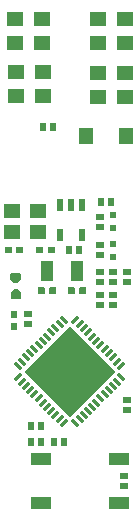
<source format=gtp>
G04 Layer: TopPasteMaskLayer*
G04 EasyEDA v6.5.22, 2022-11-29 03:43:51*
G04 8ec36cdae1d24b8a87879ab1f9b651ff,67344a67363949849f01d11c0c7cf016,10*
G04 Gerber Generator version 0.2*
G04 Scale: 100 percent, Rotated: No, Reflected: No *
G04 Dimensions in inches *
G04 leading zeros omitted , absolute positions ,3 integer and 6 decimal *
%FSLAX36Y36*%
%MOIN*%

%AMMACRO1*1,1,$1,$2,$3*1,1,$1,$4,$5*20,1,$1,$2,$3,$4,$5,0*%
%AMMACRO2*21,1,$1,$2,0,0,$3*%
%ADD10R,0.0571X0.0457*%
%ADD11R,0.0256X0.0236*%
%ADD12R,0.0236X0.0256*%
%ADD13R,0.0236X0.0394*%
%ADD14R,0.0197X0.0236*%
%ADD15R,0.0669X0.0394*%
%ADD16MACRO1,0.011X-0.0086X0.0086X0.0086X-0.0086*%
%ADD17MACRO1,0.011X-0.0086X-0.0086X0.0086X0.0086*%
%ADD18MACRO2,0.2165X0.2165X-135.0000*%
%ADD19R,0.0551X0.0472*%
%ADD20R,0.0394X0.0709*%
%ADD21R,0.0472X0.0551*%

%LPD*%
G36*
X484840Y-999180D02*
G01*
X482080Y-1001140D01*
X482080Y-1018860D01*
X484840Y-1020819D01*
X503740Y-1020819D01*
X505700Y-1018860D01*
X505700Y-1001140D01*
X503740Y-999180D01*
G37*
G36*
X446260Y-999180D02*
G01*
X444300Y-1001140D01*
X444300Y-1018860D01*
X446260Y-1020819D01*
X465160Y-1020819D01*
X467920Y-1018860D01*
X467920Y-1001140D01*
X465160Y-999180D01*
G37*
G36*
X346260Y-999180D02*
G01*
X344300Y-1001140D01*
X344300Y-1018860D01*
X346260Y-1020819D01*
X365160Y-1020819D01*
X367920Y-1018860D01*
X367920Y-1001140D01*
X365160Y-999180D01*
G37*
G36*
X384840Y-999180D02*
G01*
X382080Y-1001140D01*
X382080Y-1018860D01*
X384840Y-1020819D01*
X403740Y-1020819D01*
X405700Y-1018860D01*
X405700Y-1001140D01*
X403740Y-999180D01*
G37*
G36*
X379840Y-864180D02*
G01*
X377080Y-866140D01*
X377080Y-883860D01*
X379840Y-885819D01*
X398740Y-885819D01*
X400700Y-883860D01*
X400700Y-866140D01*
X398740Y-864180D01*
G37*
G36*
X341260Y-864180D02*
G01*
X339300Y-866140D01*
X339300Y-883860D01*
X341260Y-885819D01*
X360160Y-885819D01*
X362920Y-883860D01*
X362920Y-866140D01*
X360160Y-864180D01*
G37*
G36*
X236260Y-864180D02*
G01*
X234300Y-866140D01*
X234300Y-883860D01*
X236260Y-885819D01*
X255159Y-885819D01*
X257920Y-883860D01*
X257920Y-866140D01*
X255159Y-864180D01*
G37*
G36*
X274840Y-864180D02*
G01*
X272080Y-866140D01*
X272080Y-883860D01*
X274840Y-885819D01*
X293740Y-885819D01*
X295700Y-883860D01*
X295700Y-866140D01*
X293740Y-864180D01*
G37*
G36*
X256140Y-1079300D02*
G01*
X254180Y-1081260D01*
X254180Y-1100160D01*
X256140Y-1102920D01*
X273860Y-1102920D01*
X275820Y-1100160D01*
X275820Y-1081260D01*
X273860Y-1079300D01*
G37*
G36*
X256140Y-1117080D02*
G01*
X254180Y-1119840D01*
X254180Y-1138740D01*
X256140Y-1140700D01*
X273860Y-1140700D01*
X275820Y-1138740D01*
X275820Y-1119840D01*
X273860Y-1117080D01*
G37*
G36*
X255700Y-951960D02*
G01*
X253180Y-954479D01*
X253180Y-974300D01*
X264740Y-985100D01*
X275620Y-985100D01*
X287200Y-974300D01*
X287200Y-954479D01*
X284680Y-951960D01*
G37*
G36*
X265180Y-1005400D02*
G01*
X253619Y-1016200D01*
X253619Y-1036000D01*
X256140Y-1038520D01*
X285120Y-1038520D01*
X287640Y-1036000D01*
X287640Y-1016200D01*
X276080Y-1005400D01*
G37*
D10*
G01*
X268989Y-183989D03*
G01*
X268989Y-103989D03*
G01*
X270000Y-360000D03*
G01*
X270000Y-280000D03*
G01*
X635000Y-185000D03*
G01*
X635000Y-105000D03*
G01*
X635000Y-365000D03*
G01*
X635000Y-285000D03*
D11*
G01*
X630000Y-1628299D03*
G01*
X630000Y-1661700D03*
D12*
G01*
X353699Y-1514000D03*
G01*
X320300Y-1514000D03*
G01*
X431700Y-1515000D03*
G01*
X398299Y-1515000D03*
D11*
G01*
X550000Y-1056700D03*
G01*
X550000Y-1023299D03*
G01*
X640000Y-1373299D03*
G01*
X640000Y-1406700D03*
G01*
X595000Y-981700D03*
G01*
X595000Y-948299D03*
G01*
X595000Y-1056700D03*
G01*
X595000Y-1023299D03*
G01*
X640000Y-981700D03*
G01*
X640000Y-948299D03*
D12*
G01*
X481700Y-875000D03*
G01*
X448299Y-875000D03*
D11*
G01*
X310000Y-1088299D03*
G01*
X310000Y-1121700D03*
D12*
G01*
X589699Y-713000D03*
G01*
X556300Y-713000D03*
D13*
G01*
X492399Y-826190D03*
G01*
X417600Y-826190D03*
G01*
X417600Y-723820D03*
G01*
X455000Y-723820D03*
G01*
X492399Y-723820D03*
D14*
G01*
X595000Y-853350D03*
G01*
X595000Y-896649D03*
G01*
X595000Y-759409D03*
G01*
X595000Y-802719D03*
D15*
G01*
X355079Y-1571159D03*
G01*
X614920Y-1571159D03*
G01*
X355079Y-1716840D03*
G01*
X614920Y-1716840D03*
D11*
G01*
X550000Y-981700D03*
G01*
X550000Y-948299D03*
D12*
G01*
X320300Y-1460000D03*
G01*
X353699Y-1460000D03*
D11*
G01*
X550000Y-891700D03*
G01*
X550000Y-858299D03*
G01*
X550000Y-763299D03*
G01*
X550000Y-796700D03*
D16*
G01*
X430550Y-1107400D03*
G01*
X416620Y-1121330D03*
G01*
X402690Y-1135260D03*
G01*
X388759Y-1149190D03*
G01*
X374829Y-1163120D03*
G01*
X360899Y-1177050D03*
G01*
X347039Y-1190910D03*
G01*
X333109Y-1204840D03*
G01*
X319179Y-1218769D03*
G01*
X305249Y-1232699D03*
G01*
X291319Y-1246630D03*
G01*
X277390Y-1260560D03*
D17*
G01*
X277390Y-1299449D03*
G01*
X291319Y-1313379D03*
G01*
X305249Y-1327310D03*
G01*
X319179Y-1341240D03*
G01*
X333109Y-1355170D03*
G01*
X347039Y-1369100D03*
G01*
X360899Y-1382960D03*
G01*
X374829Y-1396890D03*
G01*
X388759Y-1410820D03*
G01*
X402690Y-1424750D03*
G01*
X416620Y-1438680D03*
G01*
X430550Y-1452609D03*
D16*
G01*
X469439Y-1452609D03*
G01*
X483369Y-1438680D03*
G01*
X497300Y-1424750D03*
G01*
X511230Y-1410820D03*
G01*
X525159Y-1396890D03*
G01*
X539089Y-1382960D03*
G01*
X552949Y-1369100D03*
G01*
X566879Y-1355170D03*
G01*
X580809Y-1341240D03*
G01*
X594739Y-1327310D03*
G01*
X608669Y-1313379D03*
G01*
X622599Y-1299449D03*
D17*
G01*
X622599Y-1260560D03*
G01*
X608669Y-1246630D03*
G01*
X594739Y-1232699D03*
G01*
X580809Y-1218769D03*
G01*
X566879Y-1204840D03*
G01*
X552949Y-1190910D03*
G01*
X539089Y-1177050D03*
G01*
X525159Y-1163120D03*
G01*
X511230Y-1149190D03*
G01*
X497300Y-1135260D03*
G01*
X483369Y-1121330D03*
G01*
X469439Y-1107400D03*
D18*
G01*
X449995Y-1280003D03*
D19*
G01*
X256689Y-814450D03*
G01*
X343310Y-814450D03*
G01*
X343310Y-745549D03*
G01*
X256689Y-745549D03*
D20*
G01*
X375790Y-945000D03*
G01*
X474209Y-945000D03*
D10*
G01*
X545000Y-365000D03*
G01*
X545000Y-285000D03*
G01*
X360000Y-360000D03*
G01*
X360000Y-280000D03*
G01*
X545000Y-185000D03*
G01*
X545000Y-105000D03*
G01*
X358989Y-183989D03*
G01*
X358989Y-103989D03*
D21*
G01*
X504070Y-495000D03*
G01*
X637930Y-495000D03*
D12*
G01*
X396500Y-465000D03*
G01*
X363099Y-465000D03*
M02*

</source>
